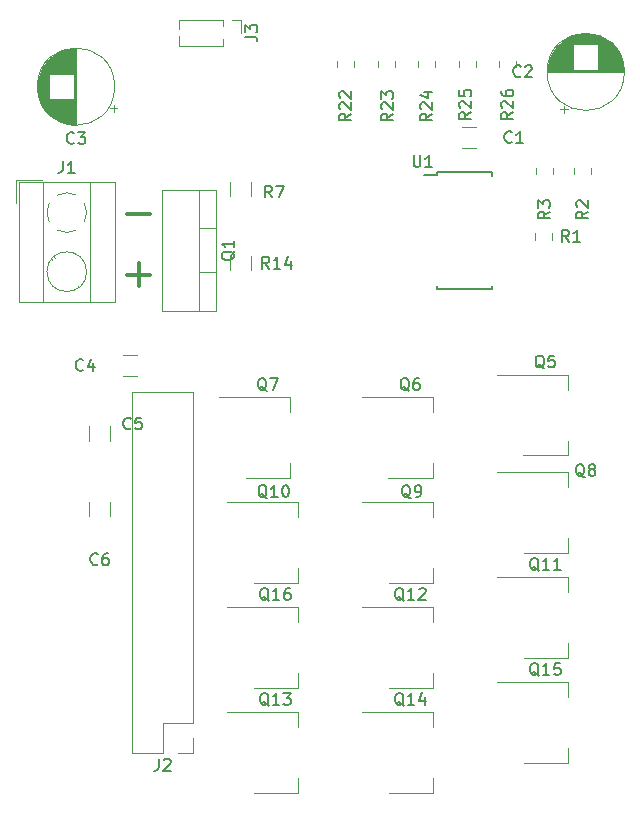
<source format=gbr>
G04 #@! TF.GenerationSoftware,KiCad,Pcbnew,5.0.2-bee76a0~70~ubuntu18.04.1*
G04 #@! TF.CreationDate,2019-02-08T11:17:56-07:00*
G04 #@! TF.ProjectId,driver,64726976-6572-42e6-9b69-6361645f7063,rev?*
G04 #@! TF.SameCoordinates,Original*
G04 #@! TF.FileFunction,Legend,Top*
G04 #@! TF.FilePolarity,Positive*
%FSLAX46Y46*%
G04 Gerber Fmt 4.6, Leading zero omitted, Abs format (unit mm)*
G04 Created by KiCad (PCBNEW 5.0.2-bee76a0~70~ubuntu18.04.1) date Fri 08 Feb 2019 11:17:56 AM MST*
%MOMM*%
%LPD*%
G01*
G04 APERTURE LIST*
%ADD10C,0.300000*%
%ADD11C,0.120000*%
%ADD12C,0.150000*%
G04 APERTURE END LIST*
D10*
X84630380Y-95431428D02*
X86565619Y-95431428D01*
X85598000Y-96399047D02*
X85598000Y-94463809D01*
X84630380Y-90277142D02*
X86565619Y-90277142D01*
D11*
G04 #@! TO.C,Q1*
X92170000Y-88225000D02*
X92170000Y-98465000D01*
X87529000Y-88225000D02*
X87529000Y-98465000D01*
X92170000Y-88225000D02*
X87529000Y-88225000D01*
X92170000Y-98465000D02*
X87529000Y-98465000D01*
X90660000Y-88225000D02*
X90660000Y-98465000D01*
X92170000Y-91495000D02*
X90660000Y-91495000D01*
X92170000Y-95196000D02*
X90660000Y-95196000D01*
D12*
G04 #@! TO.C,U1*
X110832000Y-86719000D02*
X110832000Y-86944000D01*
X115482000Y-86719000D02*
X115482000Y-87044000D01*
X115482000Y-96669000D02*
X115482000Y-96344000D01*
X110832000Y-96669000D02*
X110832000Y-96344000D01*
X110832000Y-86719000D02*
X115482000Y-86719000D01*
X110832000Y-96669000D02*
X115482000Y-96669000D01*
X110832000Y-86944000D02*
X109757000Y-86944000D01*
D11*
G04 #@! TO.C,J1*
X78018648Y-90958712D02*
G75*
G02X77822000Y-90170000I1483352J788712D01*
G01*
X80291088Y-91653953D02*
G75*
G02X78713000Y-91654000I-789088J1483953D01*
G01*
X80985953Y-89380912D02*
G75*
G02X80986000Y-90959000I-1483953J-789088D01*
G01*
X78712912Y-88686047D02*
G75*
G02X80291000Y-88686000I789088J-1483953D01*
G01*
X77821550Y-90199383D02*
G75*
G02X78018000Y-89381000I1680450J29383D01*
G01*
X81182000Y-95170000D02*
G75*
G03X81182000Y-95170000I-1680000J0D01*
G01*
X77502000Y-87610000D02*
X77502000Y-97730000D01*
X81502000Y-87610000D02*
X81502000Y-97730000D01*
X83562000Y-87610000D02*
X83562000Y-97730000D01*
X75442000Y-87610000D02*
X75442000Y-97730000D01*
X83562000Y-87610000D02*
X75442000Y-87610000D01*
X83562000Y-97730000D02*
X75442000Y-97730000D01*
X80571000Y-96445000D02*
X80478000Y-96351000D01*
X78286000Y-94160000D02*
X78228000Y-94101000D01*
X80777000Y-96240000D02*
X80718000Y-96181000D01*
X78526000Y-93990000D02*
X78433000Y-93896000D01*
X77442000Y-87370000D02*
X75202000Y-87370000D01*
X75202000Y-87370000D02*
X75202000Y-89370000D01*
G04 #@! TO.C,R22*
X103834000Y-77849252D02*
X103834000Y-77326748D01*
X102414000Y-77849252D02*
X102414000Y-77326748D01*
G04 #@! TO.C,R23*
X107263000Y-77849252D02*
X107263000Y-77326748D01*
X105843000Y-77849252D02*
X105843000Y-77326748D01*
G04 #@! TO.C,R24*
X109272000Y-77849252D02*
X109272000Y-77326748D01*
X110692000Y-77849252D02*
X110692000Y-77326748D01*
G04 #@! TO.C,R25*
X112701000Y-77849252D02*
X112701000Y-77326748D01*
X114121000Y-77849252D02*
X114121000Y-77326748D01*
G04 #@! TO.C,R26*
X117550000Y-77849252D02*
X117550000Y-77326748D01*
X116130000Y-77849252D02*
X116130000Y-77326748D01*
G04 #@! TO.C,J2*
X90230000Y-105350000D02*
X85030000Y-105350000D01*
X90230000Y-133350000D02*
X90230000Y-105350000D01*
X85030000Y-135950000D02*
X85030000Y-105350000D01*
X90230000Y-133350000D02*
X87630000Y-133350000D01*
X87630000Y-133350000D02*
X87630000Y-135950000D01*
X87630000Y-135950000D02*
X85030000Y-135950000D01*
X90230000Y-134620000D02*
X90230000Y-135950000D01*
X90230000Y-135950000D02*
X88900000Y-135950000D01*
G04 #@! TO.C,Q5*
X115915000Y-103905000D02*
X121925000Y-103905000D01*
X118165000Y-110725000D02*
X121925000Y-110725000D01*
X121925000Y-103905000D02*
X121925000Y-105165000D01*
X121925000Y-110725000D02*
X121925000Y-109465000D01*
G04 #@! TO.C,Q6*
X110495000Y-112630000D02*
X110495000Y-111370000D01*
X110495000Y-105810000D02*
X110495000Y-107070000D01*
X106735000Y-112630000D02*
X110495000Y-112630000D01*
X104485000Y-105810000D02*
X110495000Y-105810000D01*
G04 #@! TO.C,Q7*
X92420000Y-105810000D02*
X98430000Y-105810000D01*
X94670000Y-112630000D02*
X98430000Y-112630000D01*
X98430000Y-105810000D02*
X98430000Y-107070000D01*
X98430000Y-112630000D02*
X98430000Y-111370000D01*
G04 #@! TO.C,Q8*
X121950000Y-118980000D02*
X121950000Y-117720000D01*
X121950000Y-112160000D02*
X121950000Y-113420000D01*
X118190000Y-118980000D02*
X121950000Y-118980000D01*
X115940000Y-112160000D02*
X121950000Y-112160000D01*
G04 #@! TO.C,Q9*
X104510000Y-114700000D02*
X110520000Y-114700000D01*
X106760000Y-121520000D02*
X110520000Y-121520000D01*
X110520000Y-114700000D02*
X110520000Y-115960000D01*
X110520000Y-121520000D02*
X110520000Y-120260000D01*
G04 #@! TO.C,Q10*
X99090000Y-121520000D02*
X99090000Y-120260000D01*
X99090000Y-114700000D02*
X99090000Y-115960000D01*
X95330000Y-121520000D02*
X99090000Y-121520000D01*
X93080000Y-114700000D02*
X99090000Y-114700000D01*
G04 #@! TO.C,Q11*
X115940000Y-121050000D02*
X121950000Y-121050000D01*
X118190000Y-127870000D02*
X121950000Y-127870000D01*
X121950000Y-121050000D02*
X121950000Y-122310000D01*
X121950000Y-127870000D02*
X121950000Y-126610000D01*
G04 #@! TO.C,Q12*
X110520000Y-130410000D02*
X110520000Y-129150000D01*
X110520000Y-123590000D02*
X110520000Y-124850000D01*
X106760000Y-130410000D02*
X110520000Y-130410000D01*
X104510000Y-123590000D02*
X110520000Y-123590000D01*
G04 #@! TO.C,Q13*
X99090000Y-139300000D02*
X99090000Y-138040000D01*
X99090000Y-132480000D02*
X99090000Y-133740000D01*
X95330000Y-139300000D02*
X99090000Y-139300000D01*
X93080000Y-132480000D02*
X99090000Y-132480000D01*
G04 #@! TO.C,Q14*
X104510000Y-132480000D02*
X110520000Y-132480000D01*
X106760000Y-139300000D02*
X110520000Y-139300000D01*
X110520000Y-132480000D02*
X110520000Y-133740000D01*
X110520000Y-139300000D02*
X110520000Y-138040000D01*
G04 #@! TO.C,Q15*
X121950000Y-136760000D02*
X121950000Y-135500000D01*
X121950000Y-129940000D02*
X121950000Y-131200000D01*
X118190000Y-136760000D02*
X121950000Y-136760000D01*
X115940000Y-129940000D02*
X121950000Y-129940000D01*
G04 #@! TO.C,Q16*
X93080000Y-123590000D02*
X99090000Y-123590000D01*
X95330000Y-130410000D02*
X99090000Y-130410000D01*
X99090000Y-123590000D02*
X99090000Y-124850000D01*
X99090000Y-130410000D02*
X99090000Y-129150000D01*
G04 #@! TO.C,C4*
X85438064Y-104034000D02*
X84233936Y-104034000D01*
X85438064Y-102214000D02*
X84233936Y-102214000D01*
G04 #@! TO.C,C5*
X81386000Y-108273436D02*
X81386000Y-109477564D01*
X83206000Y-108273436D02*
X83206000Y-109477564D01*
G04 #@! TO.C,C6*
X83206000Y-114677436D02*
X83206000Y-115881564D01*
X81386000Y-114677436D02*
X81386000Y-115881564D01*
G04 #@! TO.C,C1*
X114140064Y-84730000D02*
X112935936Y-84730000D01*
X114140064Y-82910000D02*
X112935936Y-82910000D01*
G04 #@! TO.C,C2*
X121290000Y-81437241D02*
X121920000Y-81437241D01*
X121605000Y-81752241D02*
X121605000Y-81122241D01*
X123042000Y-75011000D02*
X123846000Y-75011000D01*
X122811000Y-75051000D02*
X124077000Y-75051000D01*
X122642000Y-75091000D02*
X124246000Y-75091000D01*
X122504000Y-75131000D02*
X124384000Y-75131000D01*
X122385000Y-75171000D02*
X124503000Y-75171000D01*
X122279000Y-75211000D02*
X124609000Y-75211000D01*
X122182000Y-75251000D02*
X124706000Y-75251000D01*
X122094000Y-75291000D02*
X124794000Y-75291000D01*
X122012000Y-75331000D02*
X124876000Y-75331000D01*
X121935000Y-75371000D02*
X124953000Y-75371000D01*
X121863000Y-75411000D02*
X125025000Y-75411000D01*
X121794000Y-75451000D02*
X125094000Y-75451000D01*
X121730000Y-75491000D02*
X125158000Y-75491000D01*
X121668000Y-75531000D02*
X125220000Y-75531000D01*
X121610000Y-75571000D02*
X125278000Y-75571000D01*
X121554000Y-75611000D02*
X125334000Y-75611000D01*
X121500000Y-75651000D02*
X125388000Y-75651000D01*
X121449000Y-75691000D02*
X125439000Y-75691000D01*
X121400000Y-75731000D02*
X125488000Y-75731000D01*
X121352000Y-75771000D02*
X125536000Y-75771000D01*
X121307000Y-75811000D02*
X125581000Y-75811000D01*
X121262000Y-75851000D02*
X125626000Y-75851000D01*
X121220000Y-75891000D02*
X125668000Y-75891000D01*
X121179000Y-75931000D02*
X125709000Y-75931000D01*
X124484000Y-75971000D02*
X125749000Y-75971000D01*
X121139000Y-75971000D02*
X122404000Y-75971000D01*
X124484000Y-76011000D02*
X125787000Y-76011000D01*
X121101000Y-76011000D02*
X122404000Y-76011000D01*
X124484000Y-76051000D02*
X125824000Y-76051000D01*
X121064000Y-76051000D02*
X122404000Y-76051000D01*
X124484000Y-76091000D02*
X125860000Y-76091000D01*
X121028000Y-76091000D02*
X122404000Y-76091000D01*
X124484000Y-76131000D02*
X125894000Y-76131000D01*
X120994000Y-76131000D02*
X122404000Y-76131000D01*
X124484000Y-76171000D02*
X125928000Y-76171000D01*
X120960000Y-76171000D02*
X122404000Y-76171000D01*
X124484000Y-76211000D02*
X125960000Y-76211000D01*
X120928000Y-76211000D02*
X122404000Y-76211000D01*
X124484000Y-76251000D02*
X125992000Y-76251000D01*
X120896000Y-76251000D02*
X122404000Y-76251000D01*
X124484000Y-76291000D02*
X126022000Y-76291000D01*
X120866000Y-76291000D02*
X122404000Y-76291000D01*
X124484000Y-76331000D02*
X126051000Y-76331000D01*
X120837000Y-76331000D02*
X122404000Y-76331000D01*
X124484000Y-76371000D02*
X126080000Y-76371000D01*
X120808000Y-76371000D02*
X122404000Y-76371000D01*
X124484000Y-76411000D02*
X126108000Y-76411000D01*
X120780000Y-76411000D02*
X122404000Y-76411000D01*
X124484000Y-76451000D02*
X126134000Y-76451000D01*
X120754000Y-76451000D02*
X122404000Y-76451000D01*
X124484000Y-76491000D02*
X126160000Y-76491000D01*
X120728000Y-76491000D02*
X122404000Y-76491000D01*
X124484000Y-76531000D02*
X126186000Y-76531000D01*
X120702000Y-76531000D02*
X122404000Y-76531000D01*
X124484000Y-76571000D02*
X126210000Y-76571000D01*
X120678000Y-76571000D02*
X122404000Y-76571000D01*
X124484000Y-76611000D02*
X126234000Y-76611000D01*
X120654000Y-76611000D02*
X122404000Y-76611000D01*
X124484000Y-76651000D02*
X126256000Y-76651000D01*
X120632000Y-76651000D02*
X122404000Y-76651000D01*
X124484000Y-76691000D02*
X126278000Y-76691000D01*
X120610000Y-76691000D02*
X122404000Y-76691000D01*
X124484000Y-76731000D02*
X126300000Y-76731000D01*
X120588000Y-76731000D02*
X122404000Y-76731000D01*
X124484000Y-76771000D02*
X126320000Y-76771000D01*
X120568000Y-76771000D02*
X122404000Y-76771000D01*
X124484000Y-76811000D02*
X126340000Y-76811000D01*
X120548000Y-76811000D02*
X122404000Y-76811000D01*
X124484000Y-76851000D02*
X126360000Y-76851000D01*
X120528000Y-76851000D02*
X122404000Y-76851000D01*
X124484000Y-76891000D02*
X126378000Y-76891000D01*
X120510000Y-76891000D02*
X122404000Y-76891000D01*
X124484000Y-76931000D02*
X126396000Y-76931000D01*
X120492000Y-76931000D02*
X122404000Y-76931000D01*
X124484000Y-76971000D02*
X126414000Y-76971000D01*
X120474000Y-76971000D02*
X122404000Y-76971000D01*
X124484000Y-77011000D02*
X126430000Y-77011000D01*
X120458000Y-77011000D02*
X122404000Y-77011000D01*
X124484000Y-77051000D02*
X126446000Y-77051000D01*
X120442000Y-77051000D02*
X122404000Y-77051000D01*
X124484000Y-77091000D02*
X126462000Y-77091000D01*
X120426000Y-77091000D02*
X122404000Y-77091000D01*
X124484000Y-77131000D02*
X126477000Y-77131000D01*
X120411000Y-77131000D02*
X122404000Y-77131000D01*
X124484000Y-77171000D02*
X126491000Y-77171000D01*
X120397000Y-77171000D02*
X122404000Y-77171000D01*
X124484000Y-77211000D02*
X126505000Y-77211000D01*
X120383000Y-77211000D02*
X122404000Y-77211000D01*
X124484000Y-77251000D02*
X126518000Y-77251000D01*
X120370000Y-77251000D02*
X122404000Y-77251000D01*
X124484000Y-77291000D02*
X126530000Y-77291000D01*
X120358000Y-77291000D02*
X122404000Y-77291000D01*
X124484000Y-77331000D02*
X126542000Y-77331000D01*
X120346000Y-77331000D02*
X122404000Y-77331000D01*
X124484000Y-77371000D02*
X126554000Y-77371000D01*
X120334000Y-77371000D02*
X122404000Y-77371000D01*
X124484000Y-77411000D02*
X126565000Y-77411000D01*
X120323000Y-77411000D02*
X122404000Y-77411000D01*
X124484000Y-77451000D02*
X126575000Y-77451000D01*
X120313000Y-77451000D02*
X122404000Y-77451000D01*
X124484000Y-77491000D02*
X126585000Y-77491000D01*
X120303000Y-77491000D02*
X122404000Y-77491000D01*
X124484000Y-77531000D02*
X126594000Y-77531000D01*
X120294000Y-77531000D02*
X122404000Y-77531000D01*
X124484000Y-77572000D02*
X126603000Y-77572000D01*
X120285000Y-77572000D02*
X122404000Y-77572000D01*
X124484000Y-77612000D02*
X126611000Y-77612000D01*
X120277000Y-77612000D02*
X122404000Y-77612000D01*
X124484000Y-77652000D02*
X126619000Y-77652000D01*
X120269000Y-77652000D02*
X122404000Y-77652000D01*
X124484000Y-77692000D02*
X126626000Y-77692000D01*
X120262000Y-77692000D02*
X122404000Y-77692000D01*
X124484000Y-77732000D02*
X126633000Y-77732000D01*
X120255000Y-77732000D02*
X122404000Y-77732000D01*
X124484000Y-77772000D02*
X126639000Y-77772000D01*
X120249000Y-77772000D02*
X122404000Y-77772000D01*
X124484000Y-77812000D02*
X126645000Y-77812000D01*
X120243000Y-77812000D02*
X122404000Y-77812000D01*
X124484000Y-77852000D02*
X126650000Y-77852000D01*
X120238000Y-77852000D02*
X122404000Y-77852000D01*
X124484000Y-77892000D02*
X126655000Y-77892000D01*
X120233000Y-77892000D02*
X122404000Y-77892000D01*
X124484000Y-77932000D02*
X126659000Y-77932000D01*
X120229000Y-77932000D02*
X122404000Y-77932000D01*
X124484000Y-77972000D02*
X126662000Y-77972000D01*
X120226000Y-77972000D02*
X122404000Y-77972000D01*
X124484000Y-78012000D02*
X126666000Y-78012000D01*
X120222000Y-78012000D02*
X122404000Y-78012000D01*
X120220000Y-78052000D02*
X126668000Y-78052000D01*
X120217000Y-78092000D02*
X126671000Y-78092000D01*
X120216000Y-78132000D02*
X126672000Y-78132000D01*
X120214000Y-78172000D02*
X126674000Y-78172000D01*
X120214000Y-78212000D02*
X126674000Y-78212000D01*
X120214000Y-78252000D02*
X126674000Y-78252000D01*
X126714000Y-78252000D02*
G75*
G03X126714000Y-78252000I-3270000J0D01*
G01*
G04 #@! TO.C,C3*
X83554000Y-79502000D02*
G75*
G03X83554000Y-79502000I-3270000J0D01*
G01*
X80284000Y-82732000D02*
X80284000Y-76272000D01*
X80244000Y-82732000D02*
X80244000Y-76272000D01*
X80204000Y-82732000D02*
X80204000Y-76272000D01*
X80164000Y-82730000D02*
X80164000Y-76274000D01*
X80124000Y-82729000D02*
X80124000Y-76275000D01*
X80084000Y-82726000D02*
X80084000Y-76278000D01*
X80044000Y-82724000D02*
X80044000Y-80542000D01*
X80044000Y-78462000D02*
X80044000Y-76280000D01*
X80004000Y-82720000D02*
X80004000Y-80542000D01*
X80004000Y-78462000D02*
X80004000Y-76284000D01*
X79964000Y-82717000D02*
X79964000Y-80542000D01*
X79964000Y-78462000D02*
X79964000Y-76287000D01*
X79924000Y-82713000D02*
X79924000Y-80542000D01*
X79924000Y-78462000D02*
X79924000Y-76291000D01*
X79884000Y-82708000D02*
X79884000Y-80542000D01*
X79884000Y-78462000D02*
X79884000Y-76296000D01*
X79844000Y-82703000D02*
X79844000Y-80542000D01*
X79844000Y-78462000D02*
X79844000Y-76301000D01*
X79804000Y-82697000D02*
X79804000Y-80542000D01*
X79804000Y-78462000D02*
X79804000Y-76307000D01*
X79764000Y-82691000D02*
X79764000Y-80542000D01*
X79764000Y-78462000D02*
X79764000Y-76313000D01*
X79724000Y-82684000D02*
X79724000Y-80542000D01*
X79724000Y-78462000D02*
X79724000Y-76320000D01*
X79684000Y-82677000D02*
X79684000Y-80542000D01*
X79684000Y-78462000D02*
X79684000Y-76327000D01*
X79644000Y-82669000D02*
X79644000Y-80542000D01*
X79644000Y-78462000D02*
X79644000Y-76335000D01*
X79604000Y-82661000D02*
X79604000Y-80542000D01*
X79604000Y-78462000D02*
X79604000Y-76343000D01*
X79563000Y-82652000D02*
X79563000Y-80542000D01*
X79563000Y-78462000D02*
X79563000Y-76352000D01*
X79523000Y-82643000D02*
X79523000Y-80542000D01*
X79523000Y-78462000D02*
X79523000Y-76361000D01*
X79483000Y-82633000D02*
X79483000Y-80542000D01*
X79483000Y-78462000D02*
X79483000Y-76371000D01*
X79443000Y-82623000D02*
X79443000Y-80542000D01*
X79443000Y-78462000D02*
X79443000Y-76381000D01*
X79403000Y-82612000D02*
X79403000Y-80542000D01*
X79403000Y-78462000D02*
X79403000Y-76392000D01*
X79363000Y-82600000D02*
X79363000Y-80542000D01*
X79363000Y-78462000D02*
X79363000Y-76404000D01*
X79323000Y-82588000D02*
X79323000Y-80542000D01*
X79323000Y-78462000D02*
X79323000Y-76416000D01*
X79283000Y-82576000D02*
X79283000Y-80542000D01*
X79283000Y-78462000D02*
X79283000Y-76428000D01*
X79243000Y-82563000D02*
X79243000Y-80542000D01*
X79243000Y-78462000D02*
X79243000Y-76441000D01*
X79203000Y-82549000D02*
X79203000Y-80542000D01*
X79203000Y-78462000D02*
X79203000Y-76455000D01*
X79163000Y-82535000D02*
X79163000Y-80542000D01*
X79163000Y-78462000D02*
X79163000Y-76469000D01*
X79123000Y-82520000D02*
X79123000Y-80542000D01*
X79123000Y-78462000D02*
X79123000Y-76484000D01*
X79083000Y-82504000D02*
X79083000Y-80542000D01*
X79083000Y-78462000D02*
X79083000Y-76500000D01*
X79043000Y-82488000D02*
X79043000Y-80542000D01*
X79043000Y-78462000D02*
X79043000Y-76516000D01*
X79003000Y-82472000D02*
X79003000Y-80542000D01*
X79003000Y-78462000D02*
X79003000Y-76532000D01*
X78963000Y-82454000D02*
X78963000Y-80542000D01*
X78963000Y-78462000D02*
X78963000Y-76550000D01*
X78923000Y-82436000D02*
X78923000Y-80542000D01*
X78923000Y-78462000D02*
X78923000Y-76568000D01*
X78883000Y-82418000D02*
X78883000Y-80542000D01*
X78883000Y-78462000D02*
X78883000Y-76586000D01*
X78843000Y-82398000D02*
X78843000Y-80542000D01*
X78843000Y-78462000D02*
X78843000Y-76606000D01*
X78803000Y-82378000D02*
X78803000Y-80542000D01*
X78803000Y-78462000D02*
X78803000Y-76626000D01*
X78763000Y-82358000D02*
X78763000Y-80542000D01*
X78763000Y-78462000D02*
X78763000Y-76646000D01*
X78723000Y-82336000D02*
X78723000Y-80542000D01*
X78723000Y-78462000D02*
X78723000Y-76668000D01*
X78683000Y-82314000D02*
X78683000Y-80542000D01*
X78683000Y-78462000D02*
X78683000Y-76690000D01*
X78643000Y-82292000D02*
X78643000Y-80542000D01*
X78643000Y-78462000D02*
X78643000Y-76712000D01*
X78603000Y-82268000D02*
X78603000Y-80542000D01*
X78603000Y-78462000D02*
X78603000Y-76736000D01*
X78563000Y-82244000D02*
X78563000Y-80542000D01*
X78563000Y-78462000D02*
X78563000Y-76760000D01*
X78523000Y-82218000D02*
X78523000Y-80542000D01*
X78523000Y-78462000D02*
X78523000Y-76786000D01*
X78483000Y-82192000D02*
X78483000Y-80542000D01*
X78483000Y-78462000D02*
X78483000Y-76812000D01*
X78443000Y-82166000D02*
X78443000Y-80542000D01*
X78443000Y-78462000D02*
X78443000Y-76838000D01*
X78403000Y-82138000D02*
X78403000Y-80542000D01*
X78403000Y-78462000D02*
X78403000Y-76866000D01*
X78363000Y-82109000D02*
X78363000Y-80542000D01*
X78363000Y-78462000D02*
X78363000Y-76895000D01*
X78323000Y-82080000D02*
X78323000Y-80542000D01*
X78323000Y-78462000D02*
X78323000Y-76924000D01*
X78283000Y-82050000D02*
X78283000Y-80542000D01*
X78283000Y-78462000D02*
X78283000Y-76954000D01*
X78243000Y-82018000D02*
X78243000Y-80542000D01*
X78243000Y-78462000D02*
X78243000Y-76986000D01*
X78203000Y-81986000D02*
X78203000Y-80542000D01*
X78203000Y-78462000D02*
X78203000Y-77018000D01*
X78163000Y-81952000D02*
X78163000Y-80542000D01*
X78163000Y-78462000D02*
X78163000Y-77052000D01*
X78123000Y-81918000D02*
X78123000Y-80542000D01*
X78123000Y-78462000D02*
X78123000Y-77086000D01*
X78083000Y-81882000D02*
X78083000Y-80542000D01*
X78083000Y-78462000D02*
X78083000Y-77122000D01*
X78043000Y-81845000D02*
X78043000Y-80542000D01*
X78043000Y-78462000D02*
X78043000Y-77159000D01*
X78003000Y-81807000D02*
X78003000Y-80542000D01*
X78003000Y-78462000D02*
X78003000Y-77197000D01*
X77963000Y-81767000D02*
X77963000Y-77237000D01*
X77923000Y-81726000D02*
X77923000Y-77278000D01*
X77883000Y-81684000D02*
X77883000Y-77320000D01*
X77843000Y-81639000D02*
X77843000Y-77365000D01*
X77803000Y-81594000D02*
X77803000Y-77410000D01*
X77763000Y-81546000D02*
X77763000Y-77458000D01*
X77723000Y-81497000D02*
X77723000Y-77507000D01*
X77683000Y-81446000D02*
X77683000Y-77558000D01*
X77643000Y-81392000D02*
X77643000Y-77612000D01*
X77603000Y-81336000D02*
X77603000Y-77668000D01*
X77563000Y-81278000D02*
X77563000Y-77726000D01*
X77523000Y-81216000D02*
X77523000Y-77788000D01*
X77483000Y-81152000D02*
X77483000Y-77852000D01*
X77443000Y-81083000D02*
X77443000Y-77921000D01*
X77403000Y-81011000D02*
X77403000Y-77993000D01*
X77363000Y-80934000D02*
X77363000Y-78070000D01*
X77323000Y-80852000D02*
X77323000Y-78152000D01*
X77283000Y-80764000D02*
X77283000Y-78240000D01*
X77243000Y-80667000D02*
X77243000Y-78337000D01*
X77203000Y-80561000D02*
X77203000Y-78443000D01*
X77163000Y-80442000D02*
X77163000Y-78562000D01*
X77123000Y-80304000D02*
X77123000Y-78700000D01*
X77083000Y-80135000D02*
X77083000Y-78869000D01*
X77043000Y-79904000D02*
X77043000Y-79100000D01*
X83784241Y-81341000D02*
X83154241Y-81341000D01*
X83469241Y-81656000D02*
X83469241Y-81026000D01*
G04 #@! TO.C,R7*
X93324000Y-88776564D02*
X93324000Y-87572436D01*
X95144000Y-88776564D02*
X95144000Y-87572436D01*
G04 #@! TO.C,R14*
X93324000Y-95053564D02*
X93324000Y-93849436D01*
X95144000Y-95053564D02*
X95144000Y-93849436D01*
G04 #@! TO.C,R1*
X120598000Y-91931748D02*
X120598000Y-92454252D01*
X119178000Y-91931748D02*
X119178000Y-92454252D01*
G04 #@! TO.C,R2*
X122480000Y-86352748D02*
X122480000Y-86875252D01*
X123900000Y-86352748D02*
X123900000Y-86875252D01*
G04 #@! TO.C,R3*
X120661500Y-86352748D02*
X120661500Y-86875252D01*
X119241500Y-86352748D02*
X119241500Y-86875252D01*
G04 #@! TO.C,J3*
X88967000Y-73820000D02*
X88967000Y-74622470D01*
X88967000Y-75237530D02*
X88967000Y-76040000D01*
X92712000Y-73820000D02*
X88967000Y-73820000D01*
X92712000Y-76040000D02*
X88967000Y-76040000D01*
X92712000Y-73820000D02*
X92712000Y-74366529D01*
X92712000Y-75493471D02*
X92712000Y-76040000D01*
X93472000Y-73820000D02*
X94232000Y-73820000D01*
X94232000Y-73820000D02*
X94232000Y-74930000D01*
G04 #@! TO.C,Q1*
D12*
X93717619Y-93440238D02*
X93670000Y-93535476D01*
X93574761Y-93630714D01*
X93431904Y-93773571D01*
X93384285Y-93868809D01*
X93384285Y-93964047D01*
X93622380Y-93916428D02*
X93574761Y-94011666D01*
X93479523Y-94106904D01*
X93289047Y-94154523D01*
X92955714Y-94154523D01*
X92765238Y-94106904D01*
X92670000Y-94011666D01*
X92622380Y-93916428D01*
X92622380Y-93725952D01*
X92670000Y-93630714D01*
X92765238Y-93535476D01*
X92955714Y-93487857D01*
X93289047Y-93487857D01*
X93479523Y-93535476D01*
X93574761Y-93630714D01*
X93622380Y-93725952D01*
X93622380Y-93916428D01*
X93622380Y-92535476D02*
X93622380Y-93106904D01*
X93622380Y-92821190D02*
X92622380Y-92821190D01*
X92765238Y-92916428D01*
X92860476Y-93011666D01*
X92908095Y-93106904D01*
G04 #@! TO.C,U1*
X108864495Y-85304380D02*
X108864495Y-86113904D01*
X108912114Y-86209142D01*
X108959733Y-86256761D01*
X109054971Y-86304380D01*
X109245447Y-86304380D01*
X109340685Y-86256761D01*
X109388304Y-86209142D01*
X109435923Y-86113904D01*
X109435923Y-85304380D01*
X110435923Y-86304380D02*
X109864495Y-86304380D01*
X110150209Y-86304380D02*
X110150209Y-85304380D01*
X110054971Y-85447238D01*
X109959733Y-85542476D01*
X109864495Y-85590095D01*
G04 #@! TO.C,J1*
X79168666Y-85812380D02*
X79168666Y-86526666D01*
X79121047Y-86669523D01*
X79025809Y-86764761D01*
X78882952Y-86812380D01*
X78787714Y-86812380D01*
X80168666Y-86812380D02*
X79597238Y-86812380D01*
X79882952Y-86812380D02*
X79882952Y-85812380D01*
X79787714Y-85955238D01*
X79692476Y-86050476D01*
X79597238Y-86098095D01*
G04 #@! TO.C,R22*
X103576380Y-81795857D02*
X103100190Y-82129190D01*
X103576380Y-82367285D02*
X102576380Y-82367285D01*
X102576380Y-81986333D01*
X102624000Y-81891095D01*
X102671619Y-81843476D01*
X102766857Y-81795857D01*
X102909714Y-81795857D01*
X103004952Y-81843476D01*
X103052571Y-81891095D01*
X103100190Y-81986333D01*
X103100190Y-82367285D01*
X102671619Y-81414904D02*
X102624000Y-81367285D01*
X102576380Y-81272047D01*
X102576380Y-81033952D01*
X102624000Y-80938714D01*
X102671619Y-80891095D01*
X102766857Y-80843476D01*
X102862095Y-80843476D01*
X103004952Y-80891095D01*
X103576380Y-81462523D01*
X103576380Y-80843476D01*
X102671619Y-80462523D02*
X102624000Y-80414904D01*
X102576380Y-80319666D01*
X102576380Y-80081571D01*
X102624000Y-79986333D01*
X102671619Y-79938714D01*
X102766857Y-79891095D01*
X102862095Y-79891095D01*
X103004952Y-79938714D01*
X103576380Y-80510142D01*
X103576380Y-79891095D01*
G04 #@! TO.C,R23*
X107132380Y-81795857D02*
X106656190Y-82129190D01*
X107132380Y-82367285D02*
X106132380Y-82367285D01*
X106132380Y-81986333D01*
X106180000Y-81891095D01*
X106227619Y-81843476D01*
X106322857Y-81795857D01*
X106465714Y-81795857D01*
X106560952Y-81843476D01*
X106608571Y-81891095D01*
X106656190Y-81986333D01*
X106656190Y-82367285D01*
X106227619Y-81414904D02*
X106180000Y-81367285D01*
X106132380Y-81272047D01*
X106132380Y-81033952D01*
X106180000Y-80938714D01*
X106227619Y-80891095D01*
X106322857Y-80843476D01*
X106418095Y-80843476D01*
X106560952Y-80891095D01*
X107132380Y-81462523D01*
X107132380Y-80843476D01*
X106132380Y-80510142D02*
X106132380Y-79891095D01*
X106513333Y-80224428D01*
X106513333Y-80081571D01*
X106560952Y-79986333D01*
X106608571Y-79938714D01*
X106703809Y-79891095D01*
X106941904Y-79891095D01*
X107037142Y-79938714D01*
X107084761Y-79986333D01*
X107132380Y-80081571D01*
X107132380Y-80367285D01*
X107084761Y-80462523D01*
X107037142Y-80510142D01*
G04 #@! TO.C,R24*
X110434380Y-81795857D02*
X109958190Y-82129190D01*
X110434380Y-82367285D02*
X109434380Y-82367285D01*
X109434380Y-81986333D01*
X109482000Y-81891095D01*
X109529619Y-81843476D01*
X109624857Y-81795857D01*
X109767714Y-81795857D01*
X109862952Y-81843476D01*
X109910571Y-81891095D01*
X109958190Y-81986333D01*
X109958190Y-82367285D01*
X109529619Y-81414904D02*
X109482000Y-81367285D01*
X109434380Y-81272047D01*
X109434380Y-81033952D01*
X109482000Y-80938714D01*
X109529619Y-80891095D01*
X109624857Y-80843476D01*
X109720095Y-80843476D01*
X109862952Y-80891095D01*
X110434380Y-81462523D01*
X110434380Y-80843476D01*
X109767714Y-79986333D02*
X110434380Y-79986333D01*
X109386761Y-80224428D02*
X110101047Y-80462523D01*
X110101047Y-79843476D01*
G04 #@! TO.C,R25*
X113736380Y-81668857D02*
X113260190Y-82002190D01*
X113736380Y-82240285D02*
X112736380Y-82240285D01*
X112736380Y-81859333D01*
X112784000Y-81764095D01*
X112831619Y-81716476D01*
X112926857Y-81668857D01*
X113069714Y-81668857D01*
X113164952Y-81716476D01*
X113212571Y-81764095D01*
X113260190Y-81859333D01*
X113260190Y-82240285D01*
X112831619Y-81287904D02*
X112784000Y-81240285D01*
X112736380Y-81145047D01*
X112736380Y-80906952D01*
X112784000Y-80811714D01*
X112831619Y-80764095D01*
X112926857Y-80716476D01*
X113022095Y-80716476D01*
X113164952Y-80764095D01*
X113736380Y-81335523D01*
X113736380Y-80716476D01*
X112736380Y-79811714D02*
X112736380Y-80287904D01*
X113212571Y-80335523D01*
X113164952Y-80287904D01*
X113117333Y-80192666D01*
X113117333Y-79954571D01*
X113164952Y-79859333D01*
X113212571Y-79811714D01*
X113307809Y-79764095D01*
X113545904Y-79764095D01*
X113641142Y-79811714D01*
X113688761Y-79859333D01*
X113736380Y-79954571D01*
X113736380Y-80192666D01*
X113688761Y-80287904D01*
X113641142Y-80335523D01*
G04 #@! TO.C,R26*
X117292380Y-81668857D02*
X116816190Y-82002190D01*
X117292380Y-82240285D02*
X116292380Y-82240285D01*
X116292380Y-81859333D01*
X116340000Y-81764095D01*
X116387619Y-81716476D01*
X116482857Y-81668857D01*
X116625714Y-81668857D01*
X116720952Y-81716476D01*
X116768571Y-81764095D01*
X116816190Y-81859333D01*
X116816190Y-82240285D01*
X116387619Y-81287904D02*
X116340000Y-81240285D01*
X116292380Y-81145047D01*
X116292380Y-80906952D01*
X116340000Y-80811714D01*
X116387619Y-80764095D01*
X116482857Y-80716476D01*
X116578095Y-80716476D01*
X116720952Y-80764095D01*
X117292380Y-81335523D01*
X117292380Y-80716476D01*
X116292380Y-79859333D02*
X116292380Y-80049809D01*
X116340000Y-80145047D01*
X116387619Y-80192666D01*
X116530476Y-80287904D01*
X116720952Y-80335523D01*
X117101904Y-80335523D01*
X117197142Y-80287904D01*
X117244761Y-80240285D01*
X117292380Y-80145047D01*
X117292380Y-79954571D01*
X117244761Y-79859333D01*
X117197142Y-79811714D01*
X117101904Y-79764095D01*
X116863809Y-79764095D01*
X116768571Y-79811714D01*
X116720952Y-79859333D01*
X116673333Y-79954571D01*
X116673333Y-80145047D01*
X116720952Y-80240285D01*
X116768571Y-80287904D01*
X116863809Y-80335523D01*
G04 #@! TO.C,J2*
X87296666Y-136402380D02*
X87296666Y-137116666D01*
X87249047Y-137259523D01*
X87153809Y-137354761D01*
X87010952Y-137402380D01*
X86915714Y-137402380D01*
X87725238Y-136497619D02*
X87772857Y-136450000D01*
X87868095Y-136402380D01*
X88106190Y-136402380D01*
X88201428Y-136450000D01*
X88249047Y-136497619D01*
X88296666Y-136592857D01*
X88296666Y-136688095D01*
X88249047Y-136830952D01*
X87677619Y-137402380D01*
X88296666Y-137402380D01*
G04 #@! TO.C,Q5*
X119919761Y-103362619D02*
X119824523Y-103315000D01*
X119729285Y-103219761D01*
X119586428Y-103076904D01*
X119491190Y-103029285D01*
X119395952Y-103029285D01*
X119443571Y-103267380D02*
X119348333Y-103219761D01*
X119253095Y-103124523D01*
X119205476Y-102934047D01*
X119205476Y-102600714D01*
X119253095Y-102410238D01*
X119348333Y-102315000D01*
X119443571Y-102267380D01*
X119634047Y-102267380D01*
X119729285Y-102315000D01*
X119824523Y-102410238D01*
X119872142Y-102600714D01*
X119872142Y-102934047D01*
X119824523Y-103124523D01*
X119729285Y-103219761D01*
X119634047Y-103267380D01*
X119443571Y-103267380D01*
X120776904Y-102267380D02*
X120300714Y-102267380D01*
X120253095Y-102743571D01*
X120300714Y-102695952D01*
X120395952Y-102648333D01*
X120634047Y-102648333D01*
X120729285Y-102695952D01*
X120776904Y-102743571D01*
X120824523Y-102838809D01*
X120824523Y-103076904D01*
X120776904Y-103172142D01*
X120729285Y-103219761D01*
X120634047Y-103267380D01*
X120395952Y-103267380D01*
X120300714Y-103219761D01*
X120253095Y-103172142D01*
G04 #@! TO.C,Q6*
X108489761Y-105267619D02*
X108394523Y-105220000D01*
X108299285Y-105124761D01*
X108156428Y-104981904D01*
X108061190Y-104934285D01*
X107965952Y-104934285D01*
X108013571Y-105172380D02*
X107918333Y-105124761D01*
X107823095Y-105029523D01*
X107775476Y-104839047D01*
X107775476Y-104505714D01*
X107823095Y-104315238D01*
X107918333Y-104220000D01*
X108013571Y-104172380D01*
X108204047Y-104172380D01*
X108299285Y-104220000D01*
X108394523Y-104315238D01*
X108442142Y-104505714D01*
X108442142Y-104839047D01*
X108394523Y-105029523D01*
X108299285Y-105124761D01*
X108204047Y-105172380D01*
X108013571Y-105172380D01*
X109299285Y-104172380D02*
X109108809Y-104172380D01*
X109013571Y-104220000D01*
X108965952Y-104267619D01*
X108870714Y-104410476D01*
X108823095Y-104600952D01*
X108823095Y-104981904D01*
X108870714Y-105077142D01*
X108918333Y-105124761D01*
X109013571Y-105172380D01*
X109204047Y-105172380D01*
X109299285Y-105124761D01*
X109346904Y-105077142D01*
X109394523Y-104981904D01*
X109394523Y-104743809D01*
X109346904Y-104648571D01*
X109299285Y-104600952D01*
X109204047Y-104553333D01*
X109013571Y-104553333D01*
X108918333Y-104600952D01*
X108870714Y-104648571D01*
X108823095Y-104743809D01*
G04 #@! TO.C,Q7*
X96424761Y-105267619D02*
X96329523Y-105220000D01*
X96234285Y-105124761D01*
X96091428Y-104981904D01*
X95996190Y-104934285D01*
X95900952Y-104934285D01*
X95948571Y-105172380D02*
X95853333Y-105124761D01*
X95758095Y-105029523D01*
X95710476Y-104839047D01*
X95710476Y-104505714D01*
X95758095Y-104315238D01*
X95853333Y-104220000D01*
X95948571Y-104172380D01*
X96139047Y-104172380D01*
X96234285Y-104220000D01*
X96329523Y-104315238D01*
X96377142Y-104505714D01*
X96377142Y-104839047D01*
X96329523Y-105029523D01*
X96234285Y-105124761D01*
X96139047Y-105172380D01*
X95948571Y-105172380D01*
X96710476Y-104172380D02*
X97377142Y-104172380D01*
X96948571Y-105172380D01*
G04 #@! TO.C,Q8*
X123348761Y-112561619D02*
X123253523Y-112514000D01*
X123158285Y-112418761D01*
X123015428Y-112275904D01*
X122920190Y-112228285D01*
X122824952Y-112228285D01*
X122872571Y-112466380D02*
X122777333Y-112418761D01*
X122682095Y-112323523D01*
X122634476Y-112133047D01*
X122634476Y-111799714D01*
X122682095Y-111609238D01*
X122777333Y-111514000D01*
X122872571Y-111466380D01*
X123063047Y-111466380D01*
X123158285Y-111514000D01*
X123253523Y-111609238D01*
X123301142Y-111799714D01*
X123301142Y-112133047D01*
X123253523Y-112323523D01*
X123158285Y-112418761D01*
X123063047Y-112466380D01*
X122872571Y-112466380D01*
X123872571Y-111894952D02*
X123777333Y-111847333D01*
X123729714Y-111799714D01*
X123682095Y-111704476D01*
X123682095Y-111656857D01*
X123729714Y-111561619D01*
X123777333Y-111514000D01*
X123872571Y-111466380D01*
X124063047Y-111466380D01*
X124158285Y-111514000D01*
X124205904Y-111561619D01*
X124253523Y-111656857D01*
X124253523Y-111704476D01*
X124205904Y-111799714D01*
X124158285Y-111847333D01*
X124063047Y-111894952D01*
X123872571Y-111894952D01*
X123777333Y-111942571D01*
X123729714Y-111990190D01*
X123682095Y-112085428D01*
X123682095Y-112275904D01*
X123729714Y-112371142D01*
X123777333Y-112418761D01*
X123872571Y-112466380D01*
X124063047Y-112466380D01*
X124158285Y-112418761D01*
X124205904Y-112371142D01*
X124253523Y-112275904D01*
X124253523Y-112085428D01*
X124205904Y-111990190D01*
X124158285Y-111942571D01*
X124063047Y-111894952D01*
G04 #@! TO.C,Q9*
X108616761Y-114339619D02*
X108521523Y-114292000D01*
X108426285Y-114196761D01*
X108283428Y-114053904D01*
X108188190Y-114006285D01*
X108092952Y-114006285D01*
X108140571Y-114244380D02*
X108045333Y-114196761D01*
X107950095Y-114101523D01*
X107902476Y-113911047D01*
X107902476Y-113577714D01*
X107950095Y-113387238D01*
X108045333Y-113292000D01*
X108140571Y-113244380D01*
X108331047Y-113244380D01*
X108426285Y-113292000D01*
X108521523Y-113387238D01*
X108569142Y-113577714D01*
X108569142Y-113911047D01*
X108521523Y-114101523D01*
X108426285Y-114196761D01*
X108331047Y-114244380D01*
X108140571Y-114244380D01*
X109045333Y-114244380D02*
X109235809Y-114244380D01*
X109331047Y-114196761D01*
X109378666Y-114149142D01*
X109473904Y-114006285D01*
X109521523Y-113815809D01*
X109521523Y-113434857D01*
X109473904Y-113339619D01*
X109426285Y-113292000D01*
X109331047Y-113244380D01*
X109140571Y-113244380D01*
X109045333Y-113292000D01*
X108997714Y-113339619D01*
X108950095Y-113434857D01*
X108950095Y-113672952D01*
X108997714Y-113768190D01*
X109045333Y-113815809D01*
X109140571Y-113863428D01*
X109331047Y-113863428D01*
X109426285Y-113815809D01*
X109473904Y-113768190D01*
X109521523Y-113672952D01*
G04 #@! TO.C,Q10*
X96456571Y-114339619D02*
X96361333Y-114292000D01*
X96266095Y-114196761D01*
X96123238Y-114053904D01*
X96028000Y-114006285D01*
X95932761Y-114006285D01*
X95980380Y-114244380D02*
X95885142Y-114196761D01*
X95789904Y-114101523D01*
X95742285Y-113911047D01*
X95742285Y-113577714D01*
X95789904Y-113387238D01*
X95885142Y-113292000D01*
X95980380Y-113244380D01*
X96170857Y-113244380D01*
X96266095Y-113292000D01*
X96361333Y-113387238D01*
X96408952Y-113577714D01*
X96408952Y-113911047D01*
X96361333Y-114101523D01*
X96266095Y-114196761D01*
X96170857Y-114244380D01*
X95980380Y-114244380D01*
X97361333Y-114244380D02*
X96789904Y-114244380D01*
X97075619Y-114244380D02*
X97075619Y-113244380D01*
X96980380Y-113387238D01*
X96885142Y-113482476D01*
X96789904Y-113530095D01*
X97980380Y-113244380D02*
X98075619Y-113244380D01*
X98170857Y-113292000D01*
X98218476Y-113339619D01*
X98266095Y-113434857D01*
X98313714Y-113625333D01*
X98313714Y-113863428D01*
X98266095Y-114053904D01*
X98218476Y-114149142D01*
X98170857Y-114196761D01*
X98075619Y-114244380D01*
X97980380Y-114244380D01*
X97885142Y-114196761D01*
X97837523Y-114149142D01*
X97789904Y-114053904D01*
X97742285Y-113863428D01*
X97742285Y-113625333D01*
X97789904Y-113434857D01*
X97837523Y-113339619D01*
X97885142Y-113292000D01*
X97980380Y-113244380D01*
G04 #@! TO.C,Q11*
X119468571Y-120507619D02*
X119373333Y-120460000D01*
X119278095Y-120364761D01*
X119135238Y-120221904D01*
X119040000Y-120174285D01*
X118944761Y-120174285D01*
X118992380Y-120412380D02*
X118897142Y-120364761D01*
X118801904Y-120269523D01*
X118754285Y-120079047D01*
X118754285Y-119745714D01*
X118801904Y-119555238D01*
X118897142Y-119460000D01*
X118992380Y-119412380D01*
X119182857Y-119412380D01*
X119278095Y-119460000D01*
X119373333Y-119555238D01*
X119420952Y-119745714D01*
X119420952Y-120079047D01*
X119373333Y-120269523D01*
X119278095Y-120364761D01*
X119182857Y-120412380D01*
X118992380Y-120412380D01*
X120373333Y-120412380D02*
X119801904Y-120412380D01*
X120087619Y-120412380D02*
X120087619Y-119412380D01*
X119992380Y-119555238D01*
X119897142Y-119650476D01*
X119801904Y-119698095D01*
X121325714Y-120412380D02*
X120754285Y-120412380D01*
X121040000Y-120412380D02*
X121040000Y-119412380D01*
X120944761Y-119555238D01*
X120849523Y-119650476D01*
X120754285Y-119698095D01*
G04 #@! TO.C,Q12*
X108038571Y-123047619D02*
X107943333Y-123000000D01*
X107848095Y-122904761D01*
X107705238Y-122761904D01*
X107610000Y-122714285D01*
X107514761Y-122714285D01*
X107562380Y-122952380D02*
X107467142Y-122904761D01*
X107371904Y-122809523D01*
X107324285Y-122619047D01*
X107324285Y-122285714D01*
X107371904Y-122095238D01*
X107467142Y-122000000D01*
X107562380Y-121952380D01*
X107752857Y-121952380D01*
X107848095Y-122000000D01*
X107943333Y-122095238D01*
X107990952Y-122285714D01*
X107990952Y-122619047D01*
X107943333Y-122809523D01*
X107848095Y-122904761D01*
X107752857Y-122952380D01*
X107562380Y-122952380D01*
X108943333Y-122952380D02*
X108371904Y-122952380D01*
X108657619Y-122952380D02*
X108657619Y-121952380D01*
X108562380Y-122095238D01*
X108467142Y-122190476D01*
X108371904Y-122238095D01*
X109324285Y-122047619D02*
X109371904Y-122000000D01*
X109467142Y-121952380D01*
X109705238Y-121952380D01*
X109800476Y-122000000D01*
X109848095Y-122047619D01*
X109895714Y-122142857D01*
X109895714Y-122238095D01*
X109848095Y-122380952D01*
X109276666Y-122952380D01*
X109895714Y-122952380D01*
G04 #@! TO.C,Q13*
X96608571Y-131937619D02*
X96513333Y-131890000D01*
X96418095Y-131794761D01*
X96275238Y-131651904D01*
X96180000Y-131604285D01*
X96084761Y-131604285D01*
X96132380Y-131842380D02*
X96037142Y-131794761D01*
X95941904Y-131699523D01*
X95894285Y-131509047D01*
X95894285Y-131175714D01*
X95941904Y-130985238D01*
X96037142Y-130890000D01*
X96132380Y-130842380D01*
X96322857Y-130842380D01*
X96418095Y-130890000D01*
X96513333Y-130985238D01*
X96560952Y-131175714D01*
X96560952Y-131509047D01*
X96513333Y-131699523D01*
X96418095Y-131794761D01*
X96322857Y-131842380D01*
X96132380Y-131842380D01*
X97513333Y-131842380D02*
X96941904Y-131842380D01*
X97227619Y-131842380D02*
X97227619Y-130842380D01*
X97132380Y-130985238D01*
X97037142Y-131080476D01*
X96941904Y-131128095D01*
X97846666Y-130842380D02*
X98465714Y-130842380D01*
X98132380Y-131223333D01*
X98275238Y-131223333D01*
X98370476Y-131270952D01*
X98418095Y-131318571D01*
X98465714Y-131413809D01*
X98465714Y-131651904D01*
X98418095Y-131747142D01*
X98370476Y-131794761D01*
X98275238Y-131842380D01*
X97989523Y-131842380D01*
X97894285Y-131794761D01*
X97846666Y-131747142D01*
G04 #@! TO.C,Q14*
X108038571Y-131937619D02*
X107943333Y-131890000D01*
X107848095Y-131794761D01*
X107705238Y-131651904D01*
X107610000Y-131604285D01*
X107514761Y-131604285D01*
X107562380Y-131842380D02*
X107467142Y-131794761D01*
X107371904Y-131699523D01*
X107324285Y-131509047D01*
X107324285Y-131175714D01*
X107371904Y-130985238D01*
X107467142Y-130890000D01*
X107562380Y-130842380D01*
X107752857Y-130842380D01*
X107848095Y-130890000D01*
X107943333Y-130985238D01*
X107990952Y-131175714D01*
X107990952Y-131509047D01*
X107943333Y-131699523D01*
X107848095Y-131794761D01*
X107752857Y-131842380D01*
X107562380Y-131842380D01*
X108943333Y-131842380D02*
X108371904Y-131842380D01*
X108657619Y-131842380D02*
X108657619Y-130842380D01*
X108562380Y-130985238D01*
X108467142Y-131080476D01*
X108371904Y-131128095D01*
X109800476Y-131175714D02*
X109800476Y-131842380D01*
X109562380Y-130794761D02*
X109324285Y-131509047D01*
X109943333Y-131509047D01*
G04 #@! TO.C,Q15*
X119468571Y-129397619D02*
X119373333Y-129350000D01*
X119278095Y-129254761D01*
X119135238Y-129111904D01*
X119040000Y-129064285D01*
X118944761Y-129064285D01*
X118992380Y-129302380D02*
X118897142Y-129254761D01*
X118801904Y-129159523D01*
X118754285Y-128969047D01*
X118754285Y-128635714D01*
X118801904Y-128445238D01*
X118897142Y-128350000D01*
X118992380Y-128302380D01*
X119182857Y-128302380D01*
X119278095Y-128350000D01*
X119373333Y-128445238D01*
X119420952Y-128635714D01*
X119420952Y-128969047D01*
X119373333Y-129159523D01*
X119278095Y-129254761D01*
X119182857Y-129302380D01*
X118992380Y-129302380D01*
X120373333Y-129302380D02*
X119801904Y-129302380D01*
X120087619Y-129302380D02*
X120087619Y-128302380D01*
X119992380Y-128445238D01*
X119897142Y-128540476D01*
X119801904Y-128588095D01*
X121278095Y-128302380D02*
X120801904Y-128302380D01*
X120754285Y-128778571D01*
X120801904Y-128730952D01*
X120897142Y-128683333D01*
X121135238Y-128683333D01*
X121230476Y-128730952D01*
X121278095Y-128778571D01*
X121325714Y-128873809D01*
X121325714Y-129111904D01*
X121278095Y-129207142D01*
X121230476Y-129254761D01*
X121135238Y-129302380D01*
X120897142Y-129302380D01*
X120801904Y-129254761D01*
X120754285Y-129207142D01*
G04 #@! TO.C,Q16*
X96608571Y-123047619D02*
X96513333Y-123000000D01*
X96418095Y-122904761D01*
X96275238Y-122761904D01*
X96180000Y-122714285D01*
X96084761Y-122714285D01*
X96132380Y-122952380D02*
X96037142Y-122904761D01*
X95941904Y-122809523D01*
X95894285Y-122619047D01*
X95894285Y-122285714D01*
X95941904Y-122095238D01*
X96037142Y-122000000D01*
X96132380Y-121952380D01*
X96322857Y-121952380D01*
X96418095Y-122000000D01*
X96513333Y-122095238D01*
X96560952Y-122285714D01*
X96560952Y-122619047D01*
X96513333Y-122809523D01*
X96418095Y-122904761D01*
X96322857Y-122952380D01*
X96132380Y-122952380D01*
X97513333Y-122952380D02*
X96941904Y-122952380D01*
X97227619Y-122952380D02*
X97227619Y-121952380D01*
X97132380Y-122095238D01*
X97037142Y-122190476D01*
X96941904Y-122238095D01*
X98370476Y-121952380D02*
X98180000Y-121952380D01*
X98084761Y-122000000D01*
X98037142Y-122047619D01*
X97941904Y-122190476D01*
X97894285Y-122380952D01*
X97894285Y-122761904D01*
X97941904Y-122857142D01*
X97989523Y-122904761D01*
X98084761Y-122952380D01*
X98275238Y-122952380D01*
X98370476Y-122904761D01*
X98418095Y-122857142D01*
X98465714Y-122761904D01*
X98465714Y-122523809D01*
X98418095Y-122428571D01*
X98370476Y-122380952D01*
X98275238Y-122333333D01*
X98084761Y-122333333D01*
X97989523Y-122380952D01*
X97941904Y-122428571D01*
X97894285Y-122523809D01*
G04 #@! TO.C,C4*
X80895833Y-103481142D02*
X80848214Y-103528761D01*
X80705357Y-103576380D01*
X80610119Y-103576380D01*
X80467261Y-103528761D01*
X80372023Y-103433523D01*
X80324404Y-103338285D01*
X80276785Y-103147809D01*
X80276785Y-103004952D01*
X80324404Y-102814476D01*
X80372023Y-102719238D01*
X80467261Y-102624000D01*
X80610119Y-102576380D01*
X80705357Y-102576380D01*
X80848214Y-102624000D01*
X80895833Y-102671619D01*
X81752976Y-102909714D02*
X81752976Y-103576380D01*
X81514880Y-102528761D02*
X81276785Y-103243047D01*
X81895833Y-103243047D01*
G04 #@! TO.C,C5*
X84923333Y-108434142D02*
X84875714Y-108481761D01*
X84732857Y-108529380D01*
X84637619Y-108529380D01*
X84494761Y-108481761D01*
X84399523Y-108386523D01*
X84351904Y-108291285D01*
X84304285Y-108100809D01*
X84304285Y-107957952D01*
X84351904Y-107767476D01*
X84399523Y-107672238D01*
X84494761Y-107577000D01*
X84637619Y-107529380D01*
X84732857Y-107529380D01*
X84875714Y-107577000D01*
X84923333Y-107624619D01*
X85828095Y-107529380D02*
X85351904Y-107529380D01*
X85304285Y-108005571D01*
X85351904Y-107957952D01*
X85447142Y-107910333D01*
X85685238Y-107910333D01*
X85780476Y-107957952D01*
X85828095Y-108005571D01*
X85875714Y-108100809D01*
X85875714Y-108338904D01*
X85828095Y-108434142D01*
X85780476Y-108481761D01*
X85685238Y-108529380D01*
X85447142Y-108529380D01*
X85351904Y-108481761D01*
X85304285Y-108434142D01*
G04 #@! TO.C,C6*
X82129333Y-119918142D02*
X82081714Y-119965761D01*
X81938857Y-120013380D01*
X81843619Y-120013380D01*
X81700761Y-119965761D01*
X81605523Y-119870523D01*
X81557904Y-119775285D01*
X81510285Y-119584809D01*
X81510285Y-119441952D01*
X81557904Y-119251476D01*
X81605523Y-119156238D01*
X81700761Y-119061000D01*
X81843619Y-119013380D01*
X81938857Y-119013380D01*
X82081714Y-119061000D01*
X82129333Y-119108619D01*
X82986476Y-119013380D02*
X82796000Y-119013380D01*
X82700761Y-119061000D01*
X82653142Y-119108619D01*
X82557904Y-119251476D01*
X82510285Y-119441952D01*
X82510285Y-119822904D01*
X82557904Y-119918142D01*
X82605523Y-119965761D01*
X82700761Y-120013380D01*
X82891238Y-120013380D01*
X82986476Y-119965761D01*
X83034095Y-119918142D01*
X83081714Y-119822904D01*
X83081714Y-119584809D01*
X83034095Y-119489571D01*
X82986476Y-119441952D01*
X82891238Y-119394333D01*
X82700761Y-119394333D01*
X82605523Y-119441952D01*
X82557904Y-119489571D01*
X82510285Y-119584809D01*
G04 #@! TO.C,C1*
X117181333Y-84177142D02*
X117133714Y-84224761D01*
X116990857Y-84272380D01*
X116895619Y-84272380D01*
X116752761Y-84224761D01*
X116657523Y-84129523D01*
X116609904Y-84034285D01*
X116562285Y-83843809D01*
X116562285Y-83700952D01*
X116609904Y-83510476D01*
X116657523Y-83415238D01*
X116752761Y-83320000D01*
X116895619Y-83272380D01*
X116990857Y-83272380D01*
X117133714Y-83320000D01*
X117181333Y-83367619D01*
X118133714Y-84272380D02*
X117562285Y-84272380D01*
X117848000Y-84272380D02*
X117848000Y-83272380D01*
X117752761Y-83415238D01*
X117657523Y-83510476D01*
X117562285Y-83558095D01*
G04 #@! TO.C,C2*
X117943333Y-78609142D02*
X117895714Y-78656761D01*
X117752857Y-78704380D01*
X117657619Y-78704380D01*
X117514761Y-78656761D01*
X117419523Y-78561523D01*
X117371904Y-78466285D01*
X117324285Y-78275809D01*
X117324285Y-78132952D01*
X117371904Y-77942476D01*
X117419523Y-77847238D01*
X117514761Y-77752000D01*
X117657619Y-77704380D01*
X117752857Y-77704380D01*
X117895714Y-77752000D01*
X117943333Y-77799619D01*
X118324285Y-77799619D02*
X118371904Y-77752000D01*
X118467142Y-77704380D01*
X118705238Y-77704380D01*
X118800476Y-77752000D01*
X118848095Y-77799619D01*
X118895714Y-77894857D01*
X118895714Y-77990095D01*
X118848095Y-78132952D01*
X118276666Y-78704380D01*
X118895714Y-78704380D01*
G04 #@! TO.C,C3*
X80117333Y-84259142D02*
X80069714Y-84306761D01*
X79926857Y-84354380D01*
X79831619Y-84354380D01*
X79688761Y-84306761D01*
X79593523Y-84211523D01*
X79545904Y-84116285D01*
X79498285Y-83925809D01*
X79498285Y-83782952D01*
X79545904Y-83592476D01*
X79593523Y-83497238D01*
X79688761Y-83402000D01*
X79831619Y-83354380D01*
X79926857Y-83354380D01*
X80069714Y-83402000D01*
X80117333Y-83449619D01*
X80450666Y-83354380D02*
X81069714Y-83354380D01*
X80736380Y-83735333D01*
X80879238Y-83735333D01*
X80974476Y-83782952D01*
X81022095Y-83830571D01*
X81069714Y-83925809D01*
X81069714Y-84163904D01*
X81022095Y-84259142D01*
X80974476Y-84306761D01*
X80879238Y-84354380D01*
X80593523Y-84354380D01*
X80498285Y-84306761D01*
X80450666Y-84259142D01*
G04 #@! TO.C,R7*
X96861333Y-88880880D02*
X96528000Y-88404690D01*
X96289904Y-88880880D02*
X96289904Y-87880880D01*
X96670857Y-87880880D01*
X96766095Y-87928500D01*
X96813714Y-87976119D01*
X96861333Y-88071357D01*
X96861333Y-88214214D01*
X96813714Y-88309452D01*
X96766095Y-88357071D01*
X96670857Y-88404690D01*
X96289904Y-88404690D01*
X97194666Y-87880880D02*
X97861333Y-87880880D01*
X97432761Y-88880880D01*
G04 #@! TO.C,R14*
X96639142Y-94903880D02*
X96305809Y-94427690D01*
X96067714Y-94903880D02*
X96067714Y-93903880D01*
X96448666Y-93903880D01*
X96543904Y-93951500D01*
X96591523Y-93999119D01*
X96639142Y-94094357D01*
X96639142Y-94237214D01*
X96591523Y-94332452D01*
X96543904Y-94380071D01*
X96448666Y-94427690D01*
X96067714Y-94427690D01*
X97591523Y-94903880D02*
X97020095Y-94903880D01*
X97305809Y-94903880D02*
X97305809Y-93903880D01*
X97210571Y-94046738D01*
X97115333Y-94141976D01*
X97020095Y-94189595D01*
X98448666Y-94237214D02*
X98448666Y-94903880D01*
X98210571Y-93856261D02*
X97972476Y-94570547D01*
X98591523Y-94570547D01*
G04 #@! TO.C,R1*
X122007333Y-92645380D02*
X121674000Y-92169190D01*
X121435904Y-92645380D02*
X121435904Y-91645380D01*
X121816857Y-91645380D01*
X121912095Y-91693000D01*
X121959714Y-91740619D01*
X122007333Y-91835857D01*
X122007333Y-91978714D01*
X121959714Y-92073952D01*
X121912095Y-92121571D01*
X121816857Y-92169190D01*
X121435904Y-92169190D01*
X122959714Y-92645380D02*
X122388285Y-92645380D01*
X122674000Y-92645380D02*
X122674000Y-91645380D01*
X122578761Y-91788238D01*
X122483523Y-91883476D01*
X122388285Y-91931095D01*
G04 #@! TO.C,R2*
X123642380Y-90073666D02*
X123166190Y-90407000D01*
X123642380Y-90645095D02*
X122642380Y-90645095D01*
X122642380Y-90264142D01*
X122690000Y-90168904D01*
X122737619Y-90121285D01*
X122832857Y-90073666D01*
X122975714Y-90073666D01*
X123070952Y-90121285D01*
X123118571Y-90168904D01*
X123166190Y-90264142D01*
X123166190Y-90645095D01*
X122737619Y-89692714D02*
X122690000Y-89645095D01*
X122642380Y-89549857D01*
X122642380Y-89311761D01*
X122690000Y-89216523D01*
X122737619Y-89168904D01*
X122832857Y-89121285D01*
X122928095Y-89121285D01*
X123070952Y-89168904D01*
X123642380Y-89740333D01*
X123642380Y-89121285D01*
G04 #@! TO.C,R3*
X120403880Y-90073666D02*
X119927690Y-90407000D01*
X120403880Y-90645095D02*
X119403880Y-90645095D01*
X119403880Y-90264142D01*
X119451500Y-90168904D01*
X119499119Y-90121285D01*
X119594357Y-90073666D01*
X119737214Y-90073666D01*
X119832452Y-90121285D01*
X119880071Y-90168904D01*
X119927690Y-90264142D01*
X119927690Y-90645095D01*
X119403880Y-89740333D02*
X119403880Y-89121285D01*
X119784833Y-89454619D01*
X119784833Y-89311761D01*
X119832452Y-89216523D01*
X119880071Y-89168904D01*
X119975309Y-89121285D01*
X120213404Y-89121285D01*
X120308642Y-89168904D01*
X120356261Y-89216523D01*
X120403880Y-89311761D01*
X120403880Y-89597476D01*
X120356261Y-89692714D01*
X120308642Y-89740333D01*
G04 #@! TO.C,J3*
X94619380Y-75263333D02*
X95333666Y-75263333D01*
X95476523Y-75310952D01*
X95571761Y-75406190D01*
X95619380Y-75549047D01*
X95619380Y-75644285D01*
X94619380Y-74882380D02*
X94619380Y-74263333D01*
X95000333Y-74596666D01*
X95000333Y-74453809D01*
X95047952Y-74358571D01*
X95095571Y-74310952D01*
X95190809Y-74263333D01*
X95428904Y-74263333D01*
X95524142Y-74310952D01*
X95571761Y-74358571D01*
X95619380Y-74453809D01*
X95619380Y-74739523D01*
X95571761Y-74834761D01*
X95524142Y-74882380D01*
G04 #@! TD*
M02*

</source>
